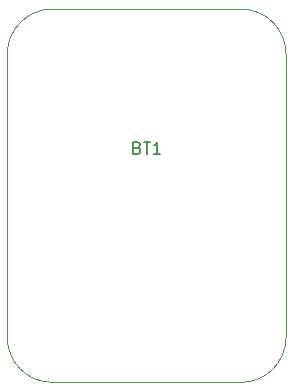
<source format=gbr>
%TF.GenerationSoftware,KiCad,Pcbnew,4.0.4+e1-6308~48~ubuntu16.04.1-stable*%
%TF.CreationDate,2016-12-19T13:40:22-08:00*%
%TF.ProjectId,4x3-CR2032-Coin-Cell-Magnet,3478332D4352323033322D436F696E2D,1.0*%
%TF.FileFunction,Other,Fab,Top*%
%FSLAX46Y46*%
G04 Gerber Fmt 4.6, Leading zero omitted, Abs format (unit mm)*
G04 Created by KiCad (PCBNEW 4.0.4+e1-6308~48~ubuntu16.04.1-stable) date Mon Dec 19 13:40:22 2016*
%MOMM*%
%LPD*%
G01*
G04 APERTURE LIST*
%ADD10C,0.350000*%
%ADD11C,0.050000*%
%ADD12C,0.150000*%
G04 APERTURE END LIST*
D10*
D11*
X127520000Y-85220000D02*
X127520000Y-109220000D01*
X151120000Y-85220000D02*
X151120000Y-109220000D01*
X131320000Y-81420000D02*
X147320000Y-81420000D01*
X131320000Y-113020000D02*
X147320000Y-113020000D01*
X131320000Y-81420000D02*
G75*
G03X127520000Y-85220000I0J-3800000D01*
G01*
X151120000Y-85220000D02*
G75*
G03X147320000Y-81420000I-3800000J0D01*
G01*
X147320000Y-113020000D02*
G75*
G03X151120000Y-109220000I0J3800000D01*
G01*
X127520000Y-109220000D02*
G75*
G03X131320000Y-113020000I3800000J0D01*
G01*
D12*
X138534286Y-93148571D02*
X138677143Y-93196190D01*
X138724762Y-93243810D01*
X138772381Y-93339048D01*
X138772381Y-93481905D01*
X138724762Y-93577143D01*
X138677143Y-93624762D01*
X138581905Y-93672381D01*
X138200952Y-93672381D01*
X138200952Y-92672381D01*
X138534286Y-92672381D01*
X138629524Y-92720000D01*
X138677143Y-92767619D01*
X138724762Y-92862857D01*
X138724762Y-92958095D01*
X138677143Y-93053333D01*
X138629524Y-93100952D01*
X138534286Y-93148571D01*
X138200952Y-93148571D01*
X139058095Y-92672381D02*
X139629524Y-92672381D01*
X139343809Y-93672381D02*
X139343809Y-92672381D01*
X140486667Y-93672381D02*
X139915238Y-93672381D01*
X140200952Y-93672381D02*
X140200952Y-92672381D01*
X140105714Y-92815238D01*
X140010476Y-92910476D01*
X139915238Y-92958095D01*
M02*

</source>
